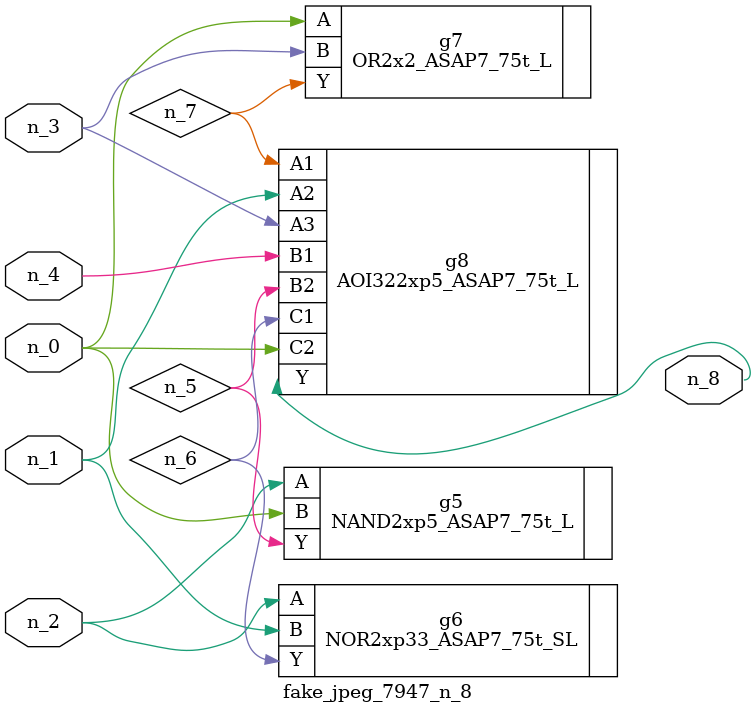
<source format=v>
module fake_jpeg_7947_n_8 (n_3, n_2, n_1, n_0, n_4, n_8);

input n_3;
input n_2;
input n_1;
input n_0;
input n_4;

output n_8;

wire n_6;
wire n_5;
wire n_7;

NAND2xp5_ASAP7_75t_L g5 ( 
.A(n_2),
.B(n_0),
.Y(n_5)
);

NOR2xp33_ASAP7_75t_SL g6 ( 
.A(n_2),
.B(n_1),
.Y(n_6)
);

OR2x2_ASAP7_75t_L g7 ( 
.A(n_0),
.B(n_3),
.Y(n_7)
);

AOI322xp5_ASAP7_75t_L g8 ( 
.A1(n_7),
.A2(n_1),
.A3(n_3),
.B1(n_4),
.B2(n_5),
.C1(n_6),
.C2(n_0),
.Y(n_8)
);


endmodule
</source>
